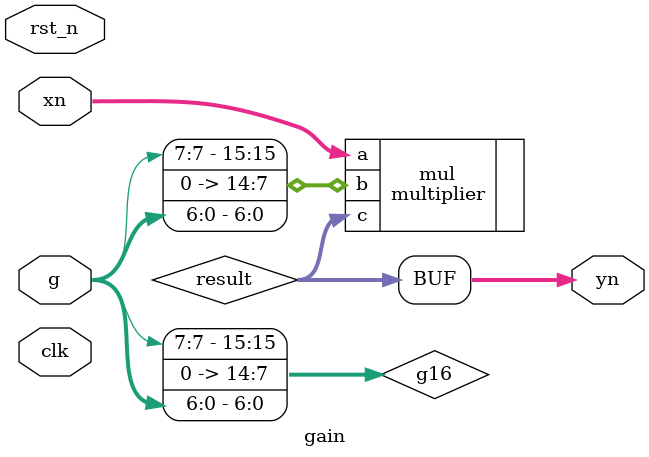
<source format=sv>
module gain (
	input clk,    // Clock
	input rst_n,  // Asynchronous reset active low
	input signed [15:0] xn,
	input signed [7:0] g,
	output signed [15:0] yn
);
	reg signed [15:0] g16;
	assign g16 = {g[7], 8'b00000000, g[6:0]};

	reg signed [15:0] result;
	multiplier mul (.a(xn), .b(g16),  .c(result));
	assign yn = result;

endmodule : gain
</source>
